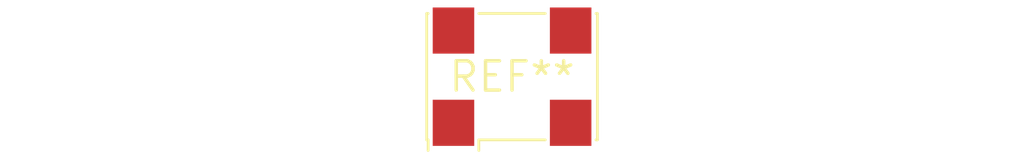
<source format=kicad_pcb>
(kicad_pcb (version 20240108) (generator pcbnew)
  (layers (0 "F.Cu" signal) (31 "B.Cu" signal) (34 "B.Paste" user) (35 "F.Paste" user) (36 "B.SilkS" user "B.Silkscreen") (37 "F.SilkS" user "F.Silkscreen") (38 "B.Mask" user) (39 "F.Mask" user) (44 "Edge.Cuts" user))
  (net 0 "")
  (footprint "Oscillator_SMD_Abracon_ASV-4Pin_7.0x5.1mm" (layer "F.Cu") (at 0 0)
    (property "Reference" "REF**")
    (property "Value" "Oscillator_SMD_Abracon_ASV-4Pin_7.0x5.1mm")
    (fp_line (start -3.7 -2.74) (end -3.64 -2.74) (layer "F.SilkS") (stroke (width 0.12)))
    (fp_line (start -3.7 2.74) (end -3.7 -2.74) (layer "F.SilkS") (stroke (width 0.12)))
    (fp_line (start -3.64 2.74) (end -3.7 2.74) (layer "F.SilkS") (stroke (width 0.12)))
    (fp_line (start -3.64 3.2) (end -3.64 2.74) (layer "F.SilkS") (stroke (width 0.12)))
    (fp_line (start -1.44 -2.74) (end 1.44 -2.74) (layer "F.SilkS") (stroke (width 0.12)))
    (fp_line (start -1.44 2.74) (end -1.44 3.2) (layer "F.SilkS") (stroke (width 0.12)))
    (fp_line (start 1.44 2.74) (end -1.44 2.74) (layer "F.SilkS") (stroke (width 0.12)))
    (fp_line (start 3.64 -2.74) (end 3.7 -2.74) (layer "F.SilkS") (stroke (width 0.12)))
    (fp_line (start 3.7 -2.74) (end 3.7 2.74) (layer "F.SilkS") (stroke (width 0.12)))
    (fp_line (start 3.7 2.74) (end 3.64 2.74) (layer "F.SilkS") (stroke (width 0.12)))
    (pad "1" smd rect (at -2.54 2) (size 1.8 2) (layers "F.Cu" "F.Paste" "F.Mask"))
    (pad "2" smd rect (at 2.54 2) (size 1.8 2) (layers "F.Cu" "F.Paste" "F.Mask"))
    (pad "3" smd rect (at 2.54 -2) (size 1.8 2) (layers "F.Cu" "F.Paste" "F.Mask"))
    (pad "4" smd rect (at -2.54 -2) (size 1.8 2) (layers "F.Cu" "F.Paste" "F.Mask"))
  )
)
</source>
